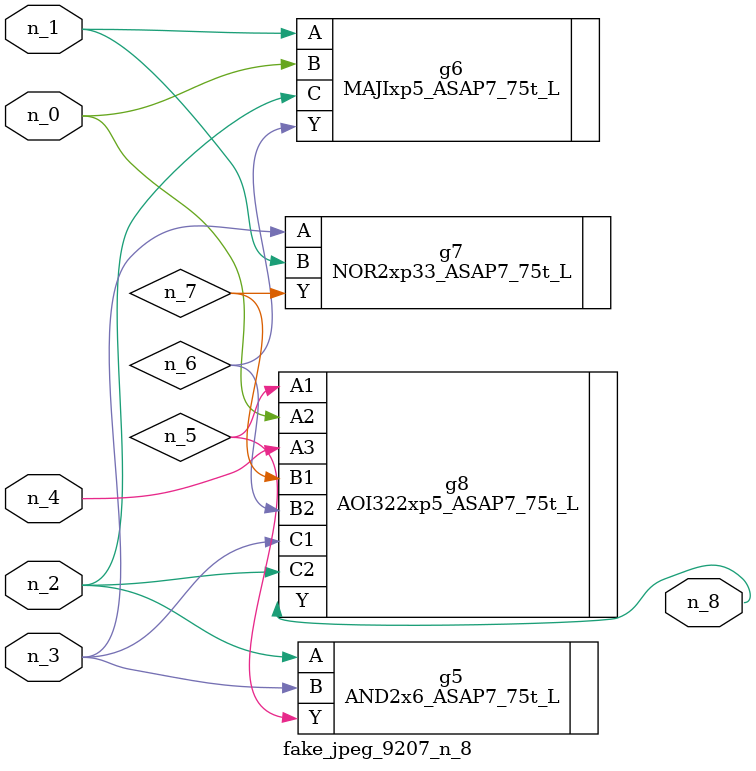
<source format=v>
module fake_jpeg_9207_n_8 (n_3, n_2, n_1, n_0, n_4, n_8);

input n_3;
input n_2;
input n_1;
input n_0;
input n_4;

output n_8;

wire n_6;
wire n_5;
wire n_7;

AND2x6_ASAP7_75t_L g5 ( 
.A(n_2),
.B(n_3),
.Y(n_5)
);

MAJIxp5_ASAP7_75t_L g6 ( 
.A(n_1),
.B(n_0),
.C(n_2),
.Y(n_6)
);

NOR2xp33_ASAP7_75t_L g7 ( 
.A(n_3),
.B(n_1),
.Y(n_7)
);

AOI322xp5_ASAP7_75t_L g8 ( 
.A1(n_5),
.A2(n_0),
.A3(n_4),
.B1(n_7),
.B2(n_6),
.C1(n_3),
.C2(n_2),
.Y(n_8)
);


endmodule
</source>
